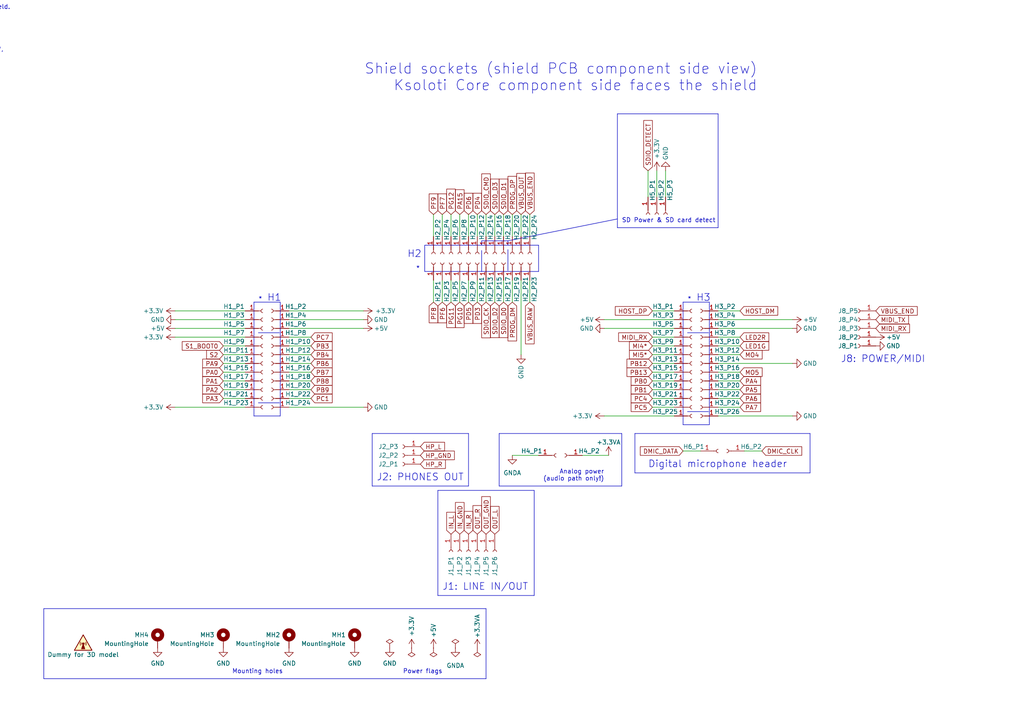
<source format=kicad_sch>
(kicad_sch (version 20230121) (generator eeschema)
  (paper "A4")
  (lib_symbols
    (symbol "Connector:Conn_01x01_Female" (pin_names (offset 1.016) hide)
      (property "Reference" "J" (at 0 2.54 0))
      (property "Value" "Conn_01x01_Female" (at 0 -2.54 0))
      (symbol "Conn_01x01_Female_1_1"
        (pin passive line (at -5.08 0 0) (length 3.81) (name "Pin_1") (number "1"))
      )
    )
    (symbol "Graphic:SYM_Radio_Waves_Small" (pin_names (offset 1.016) hide))
    (symbol "Mechanical:MountingHole_Pad" (pin_numbers hide) (pin_names (offset 1.016) hide)
      (property "Reference" "H" (at 0 6.35 0))
      (property "Value" "MountingHole_Pad" (at 0 4.445 0))
      (symbol "MountingHole_Pad_1_1"
        (pin input line (at 0 -2.54 90) (length 2.54) (name "1") (number "1"))
      )
    )
    (symbol "power:+3.3V" (power) (pin_names (offset 0))
      (property "Value" "+3.3V" (at 0 3.556 0))
      (symbol "+3.3V_1_1"
        (pin power_in line (at 0 0 90) (length 0) hide (name "+3.3V") (number "1"))
      )
    )
    (symbol "power:+3.3VA" (power) (pin_names (offset 0))
      (property "Value" "+3.3VA" (at 0 3.556 0))
      (symbol "+3.3VA_1_1"
        (pin power_in line (at 0 0 90) (length 0) hide (name "+3.3VA") (number "1"))
      )
    )
    (symbol "power:+5V" (power) (pin_names (offset 0))
      (property "Value" "+5V" (at 0 3.556 0))
      (symbol "+5V_1_1"
        (pin power_in line (at 0 0 90) (length 0) hide (name "+5V") (number "1"))
      )
    )
    (symbol "power:GND" (power) (pin_names (offset 0))
      (property "Value" "GND" (at 0 -3.81 0))
      (symbol "GND_1_1"
        (pin power_in line (at 0 0 270) (length 0) hide (name "GND") (number "1"))
      )
    )
    (symbol "power:GNDA" (power) (pin_names (offset 0))
      (property "Value" "GNDA" (at 0 -3.81 0))
      (symbol "GNDA_1_1"
        (pin power_in line (at 0 0 270) (length 0) hide (name "GNDA") (number "1"))
      )
    )
    (symbol "power:PWR_FLAG" (power) (pin_numbers hide) (pin_names (offset 0) hide)
      (property "Value" "PWR_FLAG" (at 0 3.81 0))
      (symbol "PWR_FLAG_0_0"
        (pin power_out line (at 0 0 90) (length 0) (name "pwr") (number "1"))
      )
    )
  )
  (wire (pts (xy 208.28 105.41) (xy 229.87 105.41)))
  (wire (pts (xy 90.17 110.49) (xy 83.82 110.49)))
  (wire (pts (xy 214.63 118.11) (xy 208.28 118.11)))
  (wire (pts (xy 105.41 118.11) (xy 83.82 118.11)))
  (wire (pts (xy 105.41 95.25) (xy 83.82 95.25)))
  (polyline (pts (xy 123.19 71.12) (xy 123.19 78.74)) (stroke (width 0) (type solid)))
  (polyline (pts (xy 74.93 116.84) (xy 81.026 116.84)))
  (wire (pts (xy 105.41 90.17) (xy 83.82 90.17)))
  (wire (pts (xy 189.23 97.79) (xy 195.58 97.79)))
  (wire (pts (xy 128.27 87.63) (xy 128.27 81.28)))
  (wire (pts (xy 130.81 87.63) (xy 130.81 81.28)))
  (wire (pts (xy 195.58 102.87) (xy 189.23 102.87)))
  (polyline (pts (xy 199.39 96.52) (xy 205.486 96.52)))
  (wire (pts (xy 195.58 90.17) (xy 189.23 90.17)))
  (wire (pts (xy 133.35 62.23) (xy 133.35 68.58)))
  (wire (pts (xy 214.63 110.49) (xy 208.28 110.49)))
  (wire (pts (xy 176.53 132.08) (xy 168.91 132.08)))
  (polyline (pts (xy 135.89 140.97) (xy 107.95 140.97)))
  (wire (pts (xy 189.23 115.57) (xy 195.58 115.57)))
  (polyline (pts (xy 234.95 125.73) (xy 234.95 137.16)))
  (wire (pts (xy 229.87 92.71) (xy 208.28 92.71)))
  (polyline (pts (xy 180.34 125.73) (xy 144.78 125.73)))
  (wire (pts (xy 90.17 107.95) (xy 83.82 107.95)))
  (wire (pts (xy 64.77 102.87) (xy 71.12 102.87)))
  (wire (pts (xy 175.26 92.71) (xy 195.58 92.71)))
  (polyline (pts (xy 127 142.24) (xy 154.94 142.24)))
  (wire (pts (xy 130.81 62.23) (xy 130.81 68.58)))
  (polyline (pts (xy 135.89 140.97) (xy 135.89 125.73)))
  (polyline (pts (xy 74.93 96.52) (xy 81.026 96.52)))
  (wire (pts (xy 189.23 105.41) (xy 195.58 105.41)))
  (wire (pts (xy 105.41 92.71) (xy 83.82 92.71)))
  (polyline (pts (xy 208.28 33.02) (xy 179.07 33.02)))
  (wire (pts (xy 138.43 87.63) (xy 138.43 81.28)))
  (polyline (pts (xy 73.66 87.63) (xy 81.28 87.63)) (stroke (width 0) (type solid)))
  (wire (pts (xy 151.13 81.28) (xy 151.13 102.87)))
  (wire (pts (xy 215.9 130.81) (xy 220.98 130.81)))
  (polyline (pts (xy 184.15 125.73) (xy 234.95 125.73)))
  (wire (pts (xy 135.89 62.23) (xy 135.89 68.58)))
  (wire (pts (xy 187.96 49.53) (xy 187.96 57.15)))
  (polyline (pts (xy 199.39 119.38) (xy 205.486 119.38)))
  (wire (pts (xy 189.23 118.11) (xy 195.58 118.11)))
  (wire (pts (xy 146.05 62.23) (xy 146.05 68.58)))
  (wire (pts (xy 189.23 110.49) (xy 195.58 110.49)))
  (polyline (pts (xy 12.7 196.85) (xy 12.7 176.53)))
  (wire (pts (xy 140.97 87.63) (xy 140.97 81.28)))
  (wire (pts (xy 50.8 90.17) (xy 71.12 90.17)))
  (wire (pts (xy 175.26 120.65) (xy 195.58 120.65)))
  (wire (pts (xy 125.73 87.63) (xy 125.73 81.28)))
  (polyline (pts (xy 139.7 71.12) (xy 139.7 69.85)) (stroke (width 0) (type solid)))
  (polyline (pts (xy 12.7 176.53) (xy 140.97 176.53)))
  (wire (pts (xy 143.51 62.23) (xy 143.51 68.58)))
  (polyline (pts (xy 107.95 125.73) (xy 107.95 140.97)))
  (wire (pts (xy 193.04 49.53) (xy 193.04 57.15)))
  (wire (pts (xy 90.17 100.33) (xy 83.82 100.33)))
  (wire (pts (xy 214.63 97.79) (xy 208.28 97.79)))
  (polyline (pts (xy 123.19 71.12) (xy 156.21 71.12)) (stroke (width 0) (type solid)))
  (wire (pts (xy 64.77 105.41) (xy 71.12 105.41)))
  (wire (pts (xy 90.17 97.79) (xy 83.82 97.79)))
  (wire (pts (xy 148.59 81.28) (xy 148.59 87.63)))
  (wire (pts (xy 208.28 95.25) (xy 229.87 95.25)))
  (wire (pts (xy 189.23 107.95) (xy 195.58 107.95)))
  (wire (pts (xy 175.26 95.25) (xy 195.58 95.25)))
  (wire (pts (xy 128.27 62.23) (xy 128.27 68.58)))
  (polyline (pts (xy 81.28 120.65) (xy 81.28 87.63)) (stroke (width 0) (type solid)))
  (wire (pts (xy 214.63 115.57) (xy 208.28 115.57)))
  (polyline (pts (xy 179.07 66.04) (xy 208.28 66.04)))
  (wire (pts (xy 146.05 87.63) (xy 146.05 81.28)))
  (polyline (pts (xy 147.32 72.39) (xy 147.32 78.486)))
  (wire (pts (xy 148.59 132.08) (xy 156.21 132.08)))
  (polyline (pts (xy 147.32 71.12) (xy 147.32 69.85)) (stroke (width 0) (type solid)))
  (wire (pts (xy 64.77 115.57) (xy 71.12 115.57)))
  (polyline (pts (xy 205.74 123.19) (xy 198.12 123.19)) (stroke (width 0) (type solid)))
  (wire (pts (xy 138.43 62.23) (xy 138.43 68.58)))
  (wire (pts (xy 90.17 102.87) (xy 83.82 102.87)))
  (wire (pts (xy 71.12 118.11) (xy 50.8 118.11)))
  (polyline (pts (xy 198.12 87.63) (xy 198.12 123.19)) (stroke (width 0) (type solid)))
  (polyline (pts (xy 147.32 69.85) (xy 139.7 69.85)) (stroke (width 0) (type solid)))
  (wire (pts (xy 71.12 95.25) (xy 50.8 95.25)))
  (wire (pts (xy 214.63 102.87) (xy 208.28 102.87)))
  (polyline (pts (xy 139.7 72.644) (xy 139.7 78.74)))
  (polyline (pts (xy 205.74 123.19) (xy 205.74 87.63)) (stroke (width 0) (type solid)))
  (wire (pts (xy 148.59 68.58) (xy 148.59 62.23)))
  (wire (pts (xy 208.28 107.95) (xy 214.63 107.95)))
  (wire (pts (xy 153.67 87.63) (xy 153.67 81.28)))
  (wire (pts (xy 50.8 97.79) (xy 71.12 97.79)))
  (wire (pts (xy 135.89 87.63) (xy 135.89 81.28)))
  (wire (pts (xy 90.17 115.57) (xy 83.82 115.57)))
  (wire (pts (xy 151.13 62.23) (xy 151.13 68.58)))
  (wire (pts (xy 140.97 62.23) (xy 140.97 68.58)))
  (polyline (pts (xy 140.97 196.85) (xy 12.7 196.85)))
  (polyline (pts (xy 127 172.72) (xy 127 142.24)))
  (polyline (pts (xy 184.15 125.73) (xy 184.15 137.16)))
  (polyline (pts (xy 234.95 137.16) (xy 184.15 137.16)))
  (polyline (pts (xy 208.28 66.04) (xy 208.28 33.02)))
  (wire (pts (xy 133.35 87.63) (xy 133.35 81.28)))
  (polyline (pts (xy 135.89 125.73) (xy 107.95 125.73)))
  (wire (pts (xy 90.17 105.41) (xy 83.82 105.41)))
  (wire (pts (xy 64.77 107.95) (xy 71.12 107.95)))
  (polyline (pts (xy 198.12 87.63) (xy 205.74 87.63)) (stroke (width 0) (type solid)))
  (wire (pts (xy 50.8 92.71) (xy 71.12 92.71)))
  (wire (pts (xy 125.73 62.23) (xy 125.73 68.58)))
  (wire (pts (xy 229.87 120.65) (xy 208.28 120.65)))
  (polyline (pts (xy 140.97 176.53) (xy 140.97 196.85)))
  (polyline (pts (xy 179.07 33.02) (xy 179.07 66.04)))
  (wire (pts (xy 64.77 113.03) (xy 71.12 113.03)))
  (polyline (pts (xy 73.66 87.63) (xy 73.66 120.65)) (stroke (width 0) (type solid)))
  (wire (pts (xy 143.51 87.63) (xy 143.51 81.28)))
  (wire (pts (xy 64.77 110.49) (xy 71.12 110.49)))
  (wire (pts (xy 189.23 113.03) (xy 195.58 113.03)))
  (wire (pts (xy 214.63 100.33) (xy 208.28 100.33)))
  (wire (pts (xy 208.28 90.17) (xy 214.63 90.17)))
  (polyline (pts (xy 154.94 142.24) (xy 154.94 172.72)))
  (wire (pts (xy 189.23 100.33) (xy 195.58 100.33)))
  (polyline (pts (xy 180.34 125.73) (xy 180.34 140.97)))
  (polyline (pts (xy 156.21 78.74) (xy 156.21 71.12)) (stroke (width 0) (type solid)))
  (polyline (pts (xy 73.66 120.65) (xy 81.28 120.65)) (stroke (width 0) (type solid)))
  (wire (pts (xy 190.5 49.53) (xy 190.5 57.15)))
  (polyline (pts (xy 147.32 69.85) (xy 179.07 63.5)))
  (wire (pts (xy 90.17 113.03) (xy 83.82 113.03)))
  (polyline (pts (xy 180.34 140.97) (xy 144.78 140.97)))
  (wire (pts (xy 153.67 62.23) (xy 153.67 68.58)))
  (polyline (pts (xy 123.19 78.74) (xy 156.21 78.74)) (stroke (width 0) (type solid)))
  (wire (pts (xy 64.77 100.33) (xy 71.12 100.33)))
  (wire (pts (xy 214.63 113.03) (xy 208.28 113.03)))
  (wire (pts (xy 198.12 130.81) (xy 203.2 130.81)))
  (polyline (pts (xy 154.94 172.72) (xy 127 172.72)))
  (polyline (pts (xy 144.78 140.97) (xy 144.78 125.73)))
  (image (at -43.18 124.46))
  (image (at -25.4 44.45))
  (text "J2: PHONES OUT" (at 109.22 139.7 0) (effects (font (size 2 2)) (justify left bottom)))
  (text "The schematic contains all of the relevant pins\nof the Core that you might be using on your shield.\n\nEach single pin is implemented as an\nindependent footprint.\n\nYou're probably not going to use all of the pins.\nFor example the SDIO_*, PROG_*, HOST_*, VBUS_*,\nand redundant power pins are hardly needed.\n\nAn easy way to make unused pins disappear\nfrom the footprint is the option\n\"Exclude from Board\" in the symbol properties." (at -48.26 25.4 0) (effects (font (size 1.27 1.27)) (justify left bottom)))
  (text "*" (at 74.93 87.63 0) (effects (font (size 1.27 1.27)) (justify left bottom)))
  (text "J8: POWER/MIDI" (at 243.84 105.41 0) (effects (font (size 2 2)) (justify left bottom)))
  (text "*" (at 199.39 87.63 0) (effects (font (size 1.27 1.27)) (justify left bottom)))
  (text "H3" (at 201.93 87.63 0) (effects (font (size 2 2)) (justify left bottom)))
  (text "Mounting holes" (at 67.31 195.58 0) (effects (font (size 1.27 1.27)) (justify left bottom)))
  (text "H2" (at 118.11 74.93 0) (effects (font (size 2 2)) (justify left bottom)))
  (text "Shield sockets (shield PCB component side view)\nKsoloti Core component side faces the shield" (at 219.71 26.67 0) (effects (font (size 3 3)) (justify right bottom)))
  (text "Power flags" (at 116.84 195.58 0) (effects (font (size 1.27 1.27)) (justify left bottom)))
  (text "SD Power & SD card detect" (at 180.34 64.77 0) (effects (font (size 1.27 1.27)) (justify left bottom)))
  (text "Analog power\n(audio path only!)" (at 175.26 139.7 0) (effects (font (size 1.27 1.27)) (justify right bottom)))
  (text "J1: LINE IN/OUT" (at 128.27 171.45 0) (effects (font (size 2 2)) (justify left bottom)))
  (text "H1" (at 77.47 87.63 0) (effects (font (size 2 2)) (justify left bottom)))
  (text "*" (at 120.65 78.74 0) (effects (font (size 1.27 1.27)) (justify left bottom)))
  (text "Digital microphone header" (at 187.96 135.89 0) (effects (font (size 2 2)) (justify left bottom)))
  (global_label "MI4*" (shape input) (at 189.23 100.33 180) (property "Intersheetrefs" "${INTERSHEET_REFS}" (effects hide)))
  (global_label "PC7" (shape input) (at 90.17 97.79 0) (property "Intersheetrefs" "${INTERSHEET_REFS}" (effects hide)))
  (global_label "S2" (shape input) (at 64.77 102.87 180) (property "Intersheetrefs" "${INTERSHEET_REFS}" (effects hide)))
  (global_label "PG12" (shape input) (at 130.81 62.23 90) (property "Intersheetrefs" "${INTERSHEET_REFS}" (effects hide)))
  (global_label "PB6" (shape input) (at 90.17 105.41 0) (property "Intersheetrefs" "${INTERSHEET_REFS}" (effects hide)))
  (global_label "PB7" (shape input) (at 90.17 107.95 0) (property "Intersheetrefs" "${INTERSHEET_REFS}" (effects hide)))
  (global_label "PB12" (shape input) (at 189.23 105.41 180) (property "Intersheetrefs" "${INTERSHEET_REFS}" (effects hide)))
  (global_label "PB0" (shape input) (at 189.23 110.49 180) (property "Intersheetrefs" "${INTERSHEET_REFS}" (effects hide)))
  (global_label "MI5*" (shape input) (at 189.23 102.87 180) (property "Intersheetrefs" "${INTERSHEET_REFS}" (effects hide)))
  (global_label "IN_L" (shape input) (at 130.81 154.94 90) (property "Intersheetrefs" "${INTERSHEET_REFS}" (effects hide)))
  (global_label "PD6" (shape input) (at 135.89 62.23 90) (property "Intersheetrefs" "${INTERSHEET_REFS}" (effects hide)))
  (global_label "VBUS_END" (shape input) (at 254 90.17 0) (property "Intersheetrefs" "${INTERSHEET_REFS}" (effects hide)))
  (global_label "SDIO_D2" (shape input) (at 143.51 87.63 270) (property "Intersheetrefs" "${INTERSHEET_REFS}" (effects hide)))
  (global_label "PB13" (shape input) (at 189.23 107.95 180) (property "Intersheetrefs" "${INTERSHEET_REFS}" (effects hide)))
  (global_label "MO4" (shape input) (at 214.63 102.87 0) (property "Intersheetrefs" "${INTERSHEET_REFS}" (effects hide)))
  (global_label "SDIO_D3" (shape input) (at 143.51 62.23 90) (property "Intersheetrefs" "${INTERSHEET_REFS}" (effects hide)))
  (global_label "PC1" (shape input) (at 90.17 115.57 0) (property "Intersheetrefs" "${INTERSHEET_REFS}" (effects hide)))
  (global_label "PG11" (shape input) (at 130.81 87.63 270) (property "Intersheetrefs" "${INTERSHEET_REFS}" (effects hide)))
  (global_label "PROG_DM" (shape input) (at 148.59 87.63 270) (property "Intersheetrefs" "${INTERSHEET_REFS}" (effects hide)))
  (global_label "LED2R" (shape input) (at 214.63 97.79 0) (property "Intersheetrefs" "${INTERSHEET_REFS}" (effects hide)))
  (global_label "HOST_DP" (shape input) (at 189.23 90.17 180) (property "Intersheetrefs" "${INTERSHEET_REFS}" (effects hide)))
  (global_label "PA2" (shape input) (at 64.77 113.03 180) (property "Intersheetrefs" "${INTERSHEET_REFS}" (effects hide)))
  (global_label "PA15" (shape input) (at 133.35 62.23 90) (property "Intersheetrefs" "${INTERSHEET_REFS}" (effects hide)))
  (global_label "SDIO_CK" (shape input) (at 140.97 87.63 270) (property "Intersheetrefs" "${INTERSHEET_REFS}" (effects hide)))
  (global_label "PF8" (shape input) (at 125.73 87.63 270) (property "Intersheetrefs" "${INTERSHEET_REFS}" (effects hide)))
  (global_label "PROG_DP" (shape input) (at 148.59 62.23 90) (property "Intersheetrefs" "${INTERSHEET_REFS}" (effects hide)))
  (global_label "PD5" (shape input) (at 135.89 87.63 270) (property "Intersheetrefs" "${INTERSHEET_REFS}" (effects hide)))
  (global_label "PF6" (shape input) (at 128.27 87.63 270) (property "Intersheetrefs" "${INTERSHEET_REFS}" (effects hide)))
  (global_label "PG10" (shape input) (at 133.35 87.63 270) (property "Intersheetrefs" "${INTERSHEET_REFS}" (effects hide)))
  (global_label "PC4" (shape input) (at 189.23 115.57 180) (property "Intersheetrefs" "${INTERSHEET_REFS}" (effects hide)))
  (global_label "PA7" (shape input) (at 214.63 118.11 0) (property "Intersheetrefs" "${INTERSHEET_REFS}" (effects hide)))
  (global_label "SDIO_D0" (shape input) (at 146.05 87.63 270) (property "Intersheetrefs" "${INTERSHEET_REFS}" (effects hide)))
  (global_label "MO5" (shape input) (at 214.63 107.95 0) (property "Intersheetrefs" "${INTERSHEET_REFS}" (effects hide)))
  (global_label "PA3" (shape input) (at 64.77 115.57 180) (property "Intersheetrefs" "${INTERSHEET_REFS}" (effects hide)))
  (global_label "MIDI_TX" (shape input) (at 254 92.71 0) (property "Intersheetrefs" "${INTERSHEET_REFS}" (effects hide)))
  (global_label "HP_R" (shape input) (at 121.92 134.62 0) (property "Intersheetrefs" "${INTERSHEET_REFS}" (effects hide)))
  (global_label "PC5" (shape input) (at 189.23 118.11 180) (property "Intersheetrefs" "${INTERSHEET_REFS}" (effects hide)))
  (global_label "HOST_DM" (shape input) (at 214.63 90.17 0) (property "Intersheetrefs" "${INTERSHEET_REFS}" (effects hide)))
  (global_label "PD3" (shape input) (at 138.43 87.63 270) (property "Intersheetrefs" "${INTERSHEET_REFS}" (effects hide)))
  (global_label "PB8" (shape input) (at 90.17 110.49 0) (property "Intersheetrefs" "${INTERSHEET_REFS}" (effects hide)))
  (global_label "SDIO_DETECT" (shape input) (at 187.96 49.53 90) (property "Intersheetrefs" "${INTERSHEET_REFS}" (effects hide)))
  (global_label "VBUS_OUT" (shape input) (at 151.13 62.23 90) (property "Intersheetrefs" "${INTERSHEET_REFS}" (effects hide)))
  (global_label "SDIO_D1" (shape input) (at 146.05 62.23 90) (property "Intersheetrefs" "${INTERSHEET_REFS}" (effects hide)))
  (global_label "DMIC_DATA" (shape input) (at 198.12 130.81 180) (property "Intersheetrefs" "${INTERSHEET_REFS}" (effects hide)))
  (global_label "DMIC_CLK" (shape input) (at 220.98 130.81 0) (property "Intersheetrefs" "${INTERSHEET_REFS}" (effects hide)))
  (global_label "PB4" (shape input) (at 90.17 102.87 0) (property "Intersheetrefs" "${INTERSHEET_REFS}" (effects hide)))
  (global_label "PF7" (shape input) (at 128.27 62.23 90) (property "Intersheetrefs" "${INTERSHEET_REFS}" (effects hide)))
  (global_label "HP_GND" (shape input) (at 121.92 132.08 0) (property "Intersheetrefs" "${INTERSHEET_REFS}" (effects hide)))
  (global_label "PA5" (shape input) (at 214.63 113.03 0) (property "Intersheetrefs" "${INTERSHEET_REFS}" (effects hide)))
  (global_label "PA0" (shape input) (at 64.77 107.95 180) (property "Intersheetrefs" "${INTERSHEET_REFS}" (effects hide)))
  (global_label "PA9" (shape input) (at 64.77 105.41 180) (property "Intersheetrefs" "${INTERSHEET_REFS}" (effects hide)))
  (global_label "VBUS_END" (shape input) (at 153.67 62.23 90) (property "Intersheetrefs" "${INTERSHEET_REFS}" (effects hide)))
  (global_label "SDIO_CMD" (shape input) (at 140.97 62.23 90) (property "Intersheetrefs" "${INTERSHEET_REFS}" (effects hide)))
  (global_label "PD4" (shape input) (at 138.43 62.23 90) (property "Intersheetrefs" "${INTERSHEET_REFS}" (effects hide)))
  (global_label "PA1" (shape input) (at 64.77 110.49 180) (property "Intersheetrefs" "${INTERSHEET_REFS}" (effects hide)))
  (global_label "MIDI_RX" (shape input) (at 189.23 97.79 180) (property "Intersheetrefs" "${INTERSHEET_REFS}" (effects hide)))
  (global_label "OUT_GND" (shape input) (at 140.97 154.94 90) (property "Intersheetrefs" "${INTERSHEET_REFS}" (effects hide)))
  (global_label "PA4" (shape input) (at 214.63 110.49 0) (property "Intersheetrefs" "${INTERSHEET_REFS}" (effects hide)))
  (global_label "HP_L" (shape input) (at 121.92 129.54 0) (property "Intersheetrefs" "${INTERSHEET_REFS}" (effects hide)))
  (global_label "PF9" (shape input) (at 125.73 62.23 90) (property "Intersheetrefs" "${INTERSHEET_REFS}" (effects hide)))
  (global_label "LED1G" (shape input) (at 214.63 100.33 0) (property "Intersheetrefs" "${INTERSHEET_REFS}" (effects hide)))
  (global_label "IN_GND" (shape input) (at 133.35 154.94 90) (property "Intersheetrefs" "${INTERSHEET_REFS}" (effects hide)))
  (global_label "PB3" (shape input) (at 90.17 100.33 0) (property "Intersheetrefs" "${INTERSHEET_REFS}" (effects hide)))
  (global_label "PA6" (shape input) (at 214.63 115.57 0) (property "Intersheetrefs" "${INTERSHEET_REFS}" (effects hide)))
  (global_label "S1_BOOT0" (shape input) (at 64.77 100.33 180) (property "Intersheetrefs" "${INTERSHEET_REFS}" (effects hide)))
  (global_label "PB1" (shape input) (at 189.23 113.03 180) (property "Intersheetrefs" "${INTERSHEET_REFS}" (effects hide)))
  (global_label "IN_R" (shape input) (at 135.89 154.94 90) (property "Intersheetrefs" "${INTERSHEET_REFS}" (effects hide)))
  (global_label "MIDI_RX" (shape input) (at 254 95.25 0) (property "Intersheetrefs" "${INTERSHEET_REFS}" (effects hide)))
  (global_label "PB9" (shape input) (at 90.17 113.03 0) (property "Intersheetrefs" "${INTERSHEET_REFS}" (effects hide)))
  (global_label "OUT_R" (shape input) (at 138.43 154.94 90) (property "Intersheetrefs" "${INTERSHEET_REFS}" (effects hide)))
  (global_label "OUT_L" (shape input) (at 143.51 154.94 90) (property "Intersheetrefs" "${INTERSHEET_REFS}" (effects hide)))
  (global_label "VBUS_RAW" (shape input) (at 153.67 87.63 270) (property "Intersheetrefs" "${INTERSHEET_REFS}" (effects hide)))
  (symbol (lib_id "power:+3.3V") (at 119.38 187.96 0) (mirror y) (unit 1)
    (property "Reference" "#PWR025" (effects hide))
    (property "Value" "+3.3V" (at 119.38 181.61 90))
  )
  (symbol (lib_id "Connector:Conn_01x01_Female") (at 130.81 73.66 270) (unit 1)
    (property "Reference" "H2_P6" (at 132.08 63.5 0) (effects (justify left)))
    (property "Value" "PG12" (effects hide))
    (property "Footprint" "ksoloti_shield_footprints:PinSocket_1x01_P2.54mm_Vertical_smcrt_round" (effects hide))
  )
  (symbol (lib_id "Connector:Conn_01x01_Female") (at 76.2 102.87 0) (unit 1)
    (property "Reference" "H1_P11" (at 64.77 101.6 0) (effects (justify left)))
    (property "Value" "S2" (effects hide))
    (property "Footprint" "ksoloti_shield_footprints:PinSocket_1x01_P2.54mm_Vertical_smcrt_round" (effects hide))
  )
  (symbol (lib_id "Connector:Conn_01x01_Female") (at 135.89 76.2 90) (unit 1)
    (property "Reference" "H2_P9" (at 137.16 87.63 0) (effects (justify left)))
    (property "Value" "PD5" (effects hide))
    (property "Footprint" "ksoloti_shield_footprints:PinSocket_1x01_P2.54mm_Vertical_smcrt_round" (effects hide))
  )
  (symbol (lib_id "power:PWR_FLAG") (at 138.43 187.96 180) (unit 1)
    (property "Reference" "#FLG05" (effects hide))
    (property "Value" "PWR_FLAG" (effects hide))
  )
  (symbol (lib_id "Connector:Conn_01x01_Female") (at 133.35 76.2 90) (unit 1)
    (property "Reference" "H2_P7" (at 134.62 87.63 0) (effects (justify left)))
    (property "Value" "PG10" (effects hide))
    (property "Footprint" "ksoloti_shield_footprints:PinSocket_1x01_P2.54mm_Vertical_smcrt_round" (effects hide))
  )
  (symbol (lib_id "Connector:Conn_01x01_Female") (at 76.2 92.71 0) (unit 1)
    (property "Reference" "H1_P3" (at 64.77 91.44 0) (effects (justify left)))
    (property "Value" "GND" (effects hide))
    (property "Footprint" "ksoloti_shield_footprints:PinSocket_1x01_P2.54mm_Vertical_smcrt_round" (effects hide))
  )
  (symbol (lib_id "Connector:Conn_01x01_Female") (at 116.84 132.08 0) (mirror y) (unit 1)
    (property "Reference" "J2_P2" (at 115.57 132.08 0) (effects (justify left)))
    (property "Value" "HP_GND" (effects hide))
    (property "Footprint" "ksoloti_shield_footprints:PinSocket_1x01_P2.54mm_Vertical_smcrt_round" (effects hide))
  )
  (symbol (lib_id "power:GND") (at 229.87 95.25 90) (mirror x) (unit 1)
    (property "Reference" "#PWR012" (effects hide))
    (property "Value" "GND" (at 234.95 95.25 90))
  )
  (symbol (lib_id "Connector:Conn_01x01_Female") (at 200.66 105.41 0) (unit 1)
    (property "Reference" "H3_P13" (at 189.23 104.14 0) (effects (justify left)))
    (property "Value" "PB12" (effects hide))
    (property "Footprint" "ksoloti_shield_footprints:PinSocket_1x01_P2.54mm_Vertical_smcrt_round" (effects hide))
  )
  (symbol (lib_id "power:GND") (at 229.87 105.41 90) (unit 1)
    (property "Reference" "#PWR015" (effects hide))
    (property "Value" "GND" (at 234.95 105.41 90))
  )
  (symbol (lib_id "Connector:Conn_01x01_Female") (at 193.04 62.23 270) (unit 1)
    (property "Reference" "H5_P3" (at 194.31 52.07 0) (effects (justify left)))
    (property "Value" "GND" (effects hide))
    (property "Footprint" "ksoloti_shield_footprints:PinSocket_1x01_P2.54mm_Vertical_smcrt_round" (effects hide))
  )
  (symbol (lib_id "Connector:Conn_01x01_Female") (at 200.66 118.11 0) (unit 1)
    (property "Reference" "H3_P23" (at 189.23 116.84 0) (effects (justify left)))
    (property "Value" "PC5" (effects hide))
    (property "Footprint" "ksoloti_shield_footprints:PinSocket_1x01_P2.54mm_Vertical_smcrt_round" (effects hide))
  )
  (symbol (lib_id "Connector:Conn_01x01_Female") (at 148.59 73.66 270) (unit 1)
    (property "Reference" "H2_P20" (at 149.86 62.23 0) (effects (justify left)))
    (property "Value" "PROG_DP" (effects hide))
    (property "Footprint" "ksoloti_shield_footprints:PinSocket_1x01_P2.54mm_Vertical_smcrt_round" (effects hide))
  )
  (symbol (lib_id "Connector:Conn_01x01_Female") (at 203.2 110.49 0) (mirror y) (unit 1)
    (property "Reference" "H3_P18" (at 214.63 109.22 0) (effects (justify left)))
    (property "Value" "PA4" (effects hide))
    (property "Footprint" "ksoloti_shield_footprints:PinSocket_1x01_P2.54mm_Vertical_smcrt_round" (effects hide))
  )
  (symbol (lib_id "Connector:Conn_01x01_Female") (at 78.74 115.57 0) (mirror y) (unit 1)
    (property "Reference" "H1_P22" (at 90.17 114.3 0) (effects (justify left)))
    (property "Value" "PC1" (effects hide))
    (property "Footprint" "ksoloti_shield_footprints:PinSocket_1x01_P2.54mm_Vertical_smcrt_round" (effects hide))
  )
  (symbol (lib_id "Connector:Conn_01x01_Female") (at 140.97 76.2 90) (unit 1)
    (property "Reference" "H2_P13" (at 142.24 87.63 0) (effects (justify left)))
    (property "Value" "SDIO_CK" (effects hide))
    (property "Footprint" "ksoloti_shield_footprints:PinSocket_1x01_P2.54mm_Vertical_smcrt_round" (effects hide))
  )
  (symbol (lib_id "Connector:Conn_01x01_Female") (at 125.73 76.2 90) (unit 1)
    (property "Reference" "H2_P1" (at 127 87.63 0) (effects (justify left)))
    (property "Value" "PF8" (effects hide))
    (property "Footprint" "ksoloti_shield_footprints:PinSocket_1x01_P2.54mm_Vertical_smcrt_sqr" (effects hide))
  )
  (symbol (lib_id "power:+3.3V") (at 50.8 97.79 90) (mirror x) (unit 1)
    (property "Reference" "#PWR013" (effects hide))
    (property "Value" "+3.3V" (at 44.45 97.79 90))
  )
  (symbol (lib_id "Connector:Conn_01x01_Female") (at 78.74 102.87 0) (mirror y) (unit 1)
    (property "Reference" "H1_P12" (at 90.17 101.6 0) (effects (justify left)))
    (property "Value" "PB4" (effects hide))
    (property "Footprint" "ksoloti_shield_footprints:PinSocket_1x01_P2.54mm_Vertical_smcrt_round" (effects hide))
  )
  (symbol (lib_id "Connector:Conn_01x01_Female") (at 200.66 97.79 0) (unit 1)
    (property "Reference" "H3_P7" (at 189.23 96.52 0) (effects (justify left)))
    (property "Value" "MIDI_RX" (effects hide))
    (property "Footprint" "ksoloti_shield_footprints:PinSocket_1x01_P2.54mm_Vertical_smcrt_round" (effects hide))
  )
  (symbol (lib_id "Connector:Conn_01x01_Female") (at 151.13 73.66 270) (unit 1)
    (property "Reference" "H2_P22" (at 152.4 62.23 0) (effects (justify left)))
    (property "Value" "VBUS_OUT" (effects hide))
    (property "Footprint" "ksoloti_shield_footprints:PinSocket_1x01_P2.54mm_Vertical_smcrt_round" (effects hide))
  )
  (symbol (lib_id "Connector:Conn_01x01_Female") (at 143.51 160.02 270) (unit 1)
    (property "Reference" "J1_P6" (at 143.51 161.29 0) (effects (justify left)))
    (property "Value" "OUT_L" (effects hide))
    (property "Footprint" "ksoloti_shield_footprints:PinSocket_1x01_P2.54mm_Vertical_smcrt_round" (effects hide))
  )
  (symbol (lib_id "power:+3.3VA") (at 138.43 187.96 0) (unit 1)
    (property "Reference" "#PWR030" (effects hide))
    (property "Value" "+3.3VA" (at 138.43 181.61 90))
  )
  (symbol (lib_id "power:+5V") (at 175.26 92.71 90) (unit 1)
    (property "Reference" "#PWR07" (effects hide))
    (property "Value" "+5V" (at 170.18 92.71 90))
  )
  (symbol (lib_id "power:GND") (at 105.41 118.11 90) (mirror x) (unit 1)
    (property "Reference" "#PWR017" (effects hide))
    (property "Value" "GND" (at 110.49 118.11 90))
  )
  (symbol (lib_id "power:GND") (at 151.13 102.87 0) (unit 1)
    (property "Reference" "#PWR014" (effects hide))
    (property "Value" "GND" (at 151.13 107.95 90))
  )
  (symbol (lib_id "Connector:Conn_01x01_Female") (at 203.2 115.57 0) (mirror y) (unit 1)
    (property "Reference" "H3_P22" (at 214.63 114.3 0) (effects (justify left)))
    (property "Value" "PA6" (effects hide))
    (property "Footprint" "ksoloti_shield_footprints:PinSocket_1x01_P2.54mm_Vertical_smcrt_round" (effects hide))
  )
  (symbol (lib_id "Connector:Conn_01x01_Female") (at 76.2 95.25 0) (unit 1)
    (property "Reference" "H1_P5" (at 64.77 93.98 0) (effects (justify left)))
    (property "Value" "+5V" (effects hide))
    (property "Footprint" "ksoloti_shield_footprints:PinSocket_1x01_P2.54mm_Vertical_smcrt_round" (effects hide))
  )
  (symbol (lib_id "power:GND") (at 229.87 120.65 90) (unit 1)
    (property "Reference" "#PWR019" (effects hide))
    (property "Value" "GND" (at 234.95 120.65 90))
  )
  (symbol (lib_id "Connector:Conn_01x01_Female") (at 135.89 73.66 270) (unit 1)
    (property "Reference" "H2_P10" (at 137.16 62.23 0) (effects (justify left)))
    (property "Value" "PD6" (effects hide))
    (property "Footprint" "ksoloti_shield_footprints:PinSocket_1x01_P2.54mm_Vertical_smcrt_round" (effects hide))
  )
  (symbol (lib_id "Connector:Conn_01x01_Female") (at 203.2 118.11 0) (mirror y) (unit 1)
    (property "Reference" "H3_P24" (at 214.63 116.84 0) (effects (justify left)))
    (property "Value" "PA7" (effects hide))
    (property "Footprint" "ksoloti_shield_footprints:PinSocket_1x01_P2.54mm_Vertical_smcrt_round" (effects hide))
  )
  (symbol (lib_id "Connector:Conn_01x01_Female") (at 78.74 110.49 0) (mirror y) (unit 1)
    (property "Reference" "H1_P18" (at 90.17 109.22 0) (effects (justify left)))
    (property "Value" "PB8" (effects hide))
    (property "Footprint" "ksoloti_shield_footprints:PinSocket_1x01_P2.54mm_Vertical_smcrt_round" (effects hide))
  )
  (symbol (lib_id "Connector:Conn_01x01_Female") (at 78.74 92.71 0) (mirror y) (unit 1)
    (property "Reference" "H1_P4" (at 88.9 91.44 0) (effects (justify left)))
    (property "Value" "GND" (effects hide))
    (property "Footprint" "ksoloti_shield_footprints:PinSocket_1x01_P2.54mm_Vertical_smcrt_round" (effects hide))
  )
  (symbol (lib_id "power:GND") (at 45.72 187.96 0) (mirror y) (unit 1)
    (property "Reference" "#PWR023" (effects hide))
    (property "Value" "GND" (at 45.72 192.4034 0))
  )
  (symbol (lib_id "Connector:Conn_01x01_Female") (at 200.66 95.25 0) (unit 1)
    (property "Reference" "H3_P5" (at 189.23 93.98 0) (effects (justify left)))
    (property "Value" "GND" (effects hide))
    (property "Footprint" "ksoloti_shield_footprints:PinSocket_1x01_P2.54mm_Vertical_smcrt_round" (effects hide))
  )
  (symbol (lib_id "Connector:Conn_01x01_Female") (at 148.59 76.2 90) (unit 1)
    (property "Reference" "H2_P19" (at 149.86 87.63 0) (effects (justify left)))
    (property "Value" "PROG_DM" (effects hide))
    (property "Footprint" "ksoloti_shield_footprints:PinSocket_1x01_P2.54mm_Vertical_smcrt_round" (effects hide))
  )
  (symbol (lib_id "Connector:Conn_01x01_Female") (at 248.92 100.33 180) (unit 1)
    (property "Reference" "J8_P1" (at 248.92 100.33 0) (effects (justify left)))
    (property "Value" "GND" (effects hide))
    (property "Footprint" "ksoloti_shield_footprints:PinSocket_1x01_P2.54mm_Vertical_smcrt_sqr" (effects hide))
  )
  (symbol (lib_id "Connector:Conn_01x01_Female") (at 143.51 76.2 90) (unit 1)
    (property "Reference" "H2_P15" (at 144.78 87.63 0) (effects (justify left)))
    (property "Value" "SDIO_D2" (effects hide))
    (property "Footprint" "ksoloti_shield_footprints:PinSocket_1x01_P2.54mm_Vertical_smcrt_round" (effects hide))
  )
  (symbol (lib_id "power:GNDA") (at 132.08 187.96 0) (unit 1)
    (property "Reference" "#PWR029" (effects hide))
    (property "Value" "GNDA" (at 132.08 193.04 0))
  )
  (symbol (lib_id "Connector:Conn_01x01_Female") (at 203.2 113.03 0) (mirror y) (unit 1)
    (property "Reference" "H3_P20" (at 214.63 111.76 0) (effects (justify left)))
    (property "Value" "PA5" (effects hide))
    (property "Footprint" "ksoloti_shield_footprints:PinSocket_1x01_P2.54mm_Vertical_smcrt_round" (effects hide))
  )
  (symbol (lib_id "Connector:Conn_01x01_Female") (at 78.74 105.41 0) (mirror y) (unit 1)
    (property "Reference" "H1_P14" (at 90.17 104.14 0) (effects (justify left)))
    (property "Value" "PB6" (effects hide))
    (property "Footprint" "ksoloti_shield_footprints:PinSocket_1x01_P2.54mm_Vertical_smcrt_round" (effects hide))
  )
  (symbol (lib_id "Mechanical:MountingHole_Pad") (at 102.87 185.42 0) (mirror y) (unit 1)
    (property "Reference" "MH1" (at 100.33 184.1499 0) (effects (justify left)))
    (property "Value" "MountingHole" (at 100.33 186.6899 0) (effects (justify left)))
    (property "Footprint" "ksoloti_shield_footprints:MountingHole_3.2mm_M3_Pad_Via_tight" (effects hide))
  )
  (symbol (lib_id "Connector:Conn_01x01_Female") (at 200.66 113.03 0) (unit 1)
    (property "Reference" "H3_P19" (at 189.23 111.76 0) (effects (justify left)))
    (property "Value" "PB1" (effects hide))
    (property "Footprint" "ksoloti_shield_footprints:PinSocket_1x01_P2.54mm_Vertical_smcrt_round" (effects hide))
  )
  (symbol (lib_id "Connector:Conn_01x01_Female") (at 76.2 107.95 0) (unit 1)
    (property "Reference" "H1_P15" (at 64.77 106.68 0) (effects (justify left)))
    (property "Value" "PA0" (effects hide))
    (property "Footprint" "ksoloti_shield_footprints:PinSocket_1x01_P2.54mm_Vertical_smcrt_round" (effects hide))
  )
  (symbol (lib_id "Connector:Conn_01x01_Female") (at 78.74 113.03 0) (mirror y) (unit 1)
    (property "Reference" "H1_P20" (at 90.17 111.76 0) (effects (justify left)))
    (property "Value" "PB9" (effects hide))
    (property "Footprint" "ksoloti_shield_footprints:PinSocket_1x01_P2.54mm_Vertical_smcrt_round" (effects hide))
  )
  (symbol (lib_id "power:+3.3V") (at 50.8 90.17 90) (unit 1)
    (property "Reference" "#PWR03" (effects hide))
    (property "Value" "+3.3V" (at 44.45 90.17 90))
  )
  (symbol (lib_id "Connector:Conn_01x01_Female") (at 200.66 100.33 0) (unit 1)
    (property "Reference" "H3_P9" (at 189.23 99.06 0) (effects (justify left)))
    (property "Value" "MI4" (effects hide))
    (property "Footprint" "ksoloti_shield_footprints:PinSocket_1x01_P2.54mm_Vertical_smcrt_round" (effects hide))
  )
  (symbol (lib_id "Connector:Conn_01x01_Female") (at 248.92 97.79 0) (mirror y) (unit 1)
    (property "Reference" "J8_P2" (at 248.92 97.79 0) (effects (justify left)))
    (property "Value" "+5V" (effects hide))
    (property "Footprint" "ksoloti_shield_footprints:PinSocket_1x01_P2.54mm_Vertical_smcrt_round" (effects hide))
  )
  (symbol (lib_id "power:+3.3V") (at 50.8 118.11 90) (mirror x) (unit 1)
    (property "Reference" "#PWR016" (effects hide))
    (property "Value" "+3.3V" (at 44.45 118.11 90))
  )
  (symbol (lib_id "Connector:Conn_01x01_Female") (at 116.84 129.54 0) (mirror y) (unit 1)
    (property "Reference" "J2_P3" (at 115.57 129.54 0) (effects (justify left)))
    (property "Value" "HP_L" (effects hide))
    (property "Footprint" "ksoloti_shield_footprints:PinSocket_1x01_P2.54mm_Vertical_smcrt_round" (effects hide))
  )
  (symbol (lib_id "power:+5V") (at 50.8 95.25 90) (unit 1)
    (property "Reference" "#PWR09" (effects hide))
    (property "Value" "+5V" (at 45.72 95.25 90))
  )
  (symbol (lib_id "Connector:Conn_01x01_Female") (at 163.83 132.08 0) (mirror y) (unit 1)
    (property "Reference" "H4_P2" (at 173.99 130.81 0) (effects (justify left)))
    (property "Value" "+3.3VA" (effects hide))
    (property "Footprint" "ksoloti_shield_footprints:PinSocket_1x01_P2.54mm_Vertical_smcrt_round" (effects hide))
  )
  (symbol (lib_id "Connector:Conn_01x01_Female") (at 203.2 95.25 0) (mirror y) (unit 1)
    (property "Reference" "H3_P6" (at 213.36 93.98 0) (effects (justify left)))
    (property "Value" "GND" (effects hide))
    (property "Footprint" "ksoloti_shield_footprints:PinSocket_1x01_P2.54mm_Vertical_smcrt_round" (effects hide))
  )
  (symbol (lib_id "Connector:Conn_01x01_Female") (at 208.28 130.81 0) (unit 1)
    (property "Reference" "H6_P1" (at 198.12 129.54 0) (effects (justify left)))
    (property "Value" "DMIC_DATA" (effects hide))
    (property "Footprint" "ksoloti_shield_footprints:PinSocket_1x01_P2.54mm_Vertical_smcrt_round" (effects hide))
  )
  (symbol (lib_id "Connector:Conn_01x01_Female") (at 200.66 120.65 0) (unit 1)
    (property "Reference" "H3_P25" (at 189.23 119.38 0) (effects (justify left)))
    (property "Value" "+3.3V" (effects hide))
    (property "Footprint" "ksoloti_shield_footprints:PinSocket_1x01_P2.54mm_Vertical_smcrt_round" (effects hide))
  )
  (symbol (lib_id "power:GND") (at 193.04 49.53 180) (unit 1)
    (property "Reference" "#PWR02" (effects hide))
    (property "Value" "GND" (at 193.04 44.45 90))
  )
  (symbol (lib_id "Connector:Conn_01x01_Female") (at 138.43 160.02 270) (unit 1)
    (property "Reference" "J1_P4" (at 138.43 161.29 0) (effects (justify left)))
    (property "Value" "OUT_R" (effects hide))
    (property "Footprint" "ksoloti_shield_footprints:PinSocket_1x01_P2.54mm_Vertical_smcrt_round" (effects hide))
  )
  (symbol (lib_id "Connector:Conn_01x01_Female") (at 116.84 134.62 180) (unit 1)
    (property "Reference" "J2_P1" (at 115.57 134.62 0) (effects (justify left)))
    (property "Value" "HP_R" (effects hide))
    (property "Footprint" "ksoloti_shield_footprints:PinSocket_1x01_P2.54mm_Vertical_smcrt_sqr" (effects hide))
  )
  (symbol (lib_id "power:PWR_FLAG") (at 113.03 187.96 0) (unit 1)
    (property "Reference" "#FLG01" (effects hide))
    (property "Value" "PWR_FLAG" (effects hide))
  )
  (symbol (lib_id "Connector:Conn_01x01_Female") (at 76.2 118.11 0) (unit 1)
    (property "Reference" "H1_P23" (at 64.77 116.84 0) (effects (justify left)))
    (property "Value" "+3.3V" (effects hide))
    (property "Footprint" "ksoloti_shield_footprints:PinSocket_1x01_P2.54mm_Vertical_smcrt_round" (effects hide))
  )
  (symbol (lib_id "power:GND") (at 254 100.33 90) (unit 1)
    (property "Reference" "#PWR0102" (effects hide))
    (property "Value" "GND" (at 259.08 100.33 90))
  )
  (symbol (lib_id "Connector:Conn_01x01_Female") (at 78.74 90.17 0) (mirror y) (unit 1)
    (property "Reference" "H1_P2" (at 88.9 88.9 0) (effects (justify left)))
    (property "Value" "+3.3V" (effects hide))
    (property "Footprint" "ksoloti_shield_footprints:PinSocket_1x01_P2.54mm_Vertical_smcrt_round" (effects hide))
  )
  (symbol (lib_id "Connector:Conn_01x01_Female") (at 133.35 73.66 270) (unit 1)
    (property "Reference" "H2_P8" (at 134.62 63.5 0) (effects (justify left)))
    (property "Value" "PA15" (effects hide))
    (property "Footprint" "ksoloti_shield_footprints:PinSocket_1x01_P2.54mm_Vertical_smcrt_round" (effects hide))
  )
  (symbol (lib_id "power:GND") (at 50.8 92.71 270) (unit 1)
    (property "Reference" "#PWR05" (effects hide))
    (property "Value" "GND" (at 45.72 92.71 90))
  )
  (symbol (lib_id "power:GND") (at 113.03 187.96 0) (unit 1)
    (property "Reference" "#PWR024" (effects hide))
    (property "Value" "GND" (at 113.03 192.4034 0))
  )
  (symbol (lib_id "Connector:Conn_01x01_Female") (at 203.2 92.71 0) (mirror y) (unit 1)
    (property "Reference" "H3_P4" (at 213.36 91.44 0) (effects (justify left)))
    (property "Value" "+5V" (effects hide))
    (property "Footprint" "ksoloti_shield_footprints:PinSocket_1x01_P2.54mm_Vertical_smcrt_round" (effects hide))
  )
  (symbol (lib_id "power:PWR_FLAG") (at 125.73 187.96 180) (unit 1)
    (property "Reference" "#FLG03" (effects hide))
    (property "Value" "PWR_FLAG" (effects hide))
  )
  (symbol (lib_id "Connector:Conn_01x01_Female") (at 203.2 102.87 0) (mirror y) (unit 1)
    (property "Reference" "H3_P12" (at 214.63 101.6 0) (effects (justify left)))
    (property "Value" "MO4" (effects hide))
    (property "Footprint" "ksoloti_shield_footprints:PinSocket_1x01_P2.54mm_Vertical_smcrt_round" (effects hide))
  )
  (symbol (lib_id "power:+3.3V") (at 105.41 90.17 270) (unit 1)
    (property "Reference" "#PWR04" (effects hide))
    (property "Value" "+3.3V" (at 111.76 90.17 90))
  )
  (symbol (lib_id "Connector:Conn_01x01_Female") (at 153.67 73.66 270) (unit 1)
    (property "Reference" "H2_P24" (at 154.94 62.23 0) (effects (justify left)))
    (property "Value" "VBUS_END" (effects hide))
    (property "Footprint" "ksoloti_shield_footprints:PinSocket_1x01_P2.54mm_Vertical_smcrt_round" (effects hide))
  )
  (symbol (lib_id "Connector:Conn_01x01_Female") (at 203.2 120.65 0) (mirror y) (unit 1)
    (property "Reference" "H3_P26" (at 214.63 119.38 0) (effects (justify left)))
    (property "Value" "GND" (effects hide))
    (property "Footprint" "ksoloti_shield_footprints:PinSocket_1x01_P2.54mm_Vertical_smcrt_round" (effects hide))
  )
  (symbol (lib_id "Connector:Conn_01x01_Female") (at 130.81 76.2 90) (unit 1)
    (property "Reference" "H2_P5" (at 132.08 87.63 0) (effects (justify left)))
    (property "Value" "PG11" (effects hide))
    (property "Footprint" "ksoloti_shield_footprints:PinSocket_1x01_P2.54mm_Vertical_smcrt_round" (effects hide))
  )
  (symbol (lib_id "power:+5V") (at 105.41 95.25 270) (unit 1)
    (property "Reference" "#PWR010" (effects hide))
    (property "Value" "+5V" (at 110.49 95.25 90))
  )
  (symbol (lib_id "Connector:Conn_01x01_Female") (at 200.66 110.49 0) (unit 1)
    (property "Reference" "H3_P17" (at 189.23 109.22 0) (effects (justify left)))
    (property "Value" "PB0" (effects hide))
    (property "Footprint" "ksoloti_shield_footprints:PinSocket_1x01_P2.54mm_Vertical_smcrt_round" (effects hide))
  )
  (symbol (lib_id "Connector:Conn_01x01_Female") (at 78.74 97.79 0) (mirror y) (unit 1)
    (property "Reference" "H1_P8" (at 88.9 96.52 0) (effects (justify left)))
    (property "Value" "PC7" (effects hide))
    (property "Footprint" "ksoloti_shield_footprints:PinSocket_1x01_P2.54mm_Vertical_smcrt_round" (effects hide))
  )
  (symbol (lib_id "Connector:Conn_01x01_Female") (at 140.97 73.66 270) (unit 1)
    (property "Reference" "H2_P14" (at 142.24 62.23 0) (effects (justify left)))
    (property "Value" "SDIO_CMD" (effects hide))
    (property "Footprint" "ksoloti_shield_footprints:PinSocket_1x01_P2.54mm_Vertical_smcrt_round" (effects hide))
  )
  (symbol (lib_id "Connector:Conn_01x01_Female") (at 210.82 130.81 0) (mirror y) (unit 1)
    (property "Reference" "H6_P2" (at 220.98 129.54 0) (effects (justify left)))
    (property "Value" "DMIC_CLK" (effects hide))
    (property "Footprint" "ksoloti_shield_footprints:PinSocket_1x01_P2.54mm_Vertical_smcrt_round" (effects hide))
  )
  (symbol (lib_id "Connector:Conn_01x01_Female") (at 161.29 132.08 0) (mirror x) (unit 1)
    (property "Reference" "H4_P1" (at 151.13 130.81 0) (effects (justify left)))
    (property "Value" "GNDA" (effects hide))
    (property "Footprint" "ksoloti_shield_footprints:PinSocket_1x01_P2.54mm_Vertical_smcrt_sqr" (effects hide))
  )
  (symbol (lib_id "Connector:Conn_01x01_Female") (at 138.43 73.66 270) (unit 1)
    (property "Reference" "H2_P12" (at 139.7 62.23 0) (effects (justify left)))
    (property "Value" "PD4" (effects hide))
    (property "Footprint" "ksoloti_shield_footprints:PinSocket_1x01_P2.54mm_Vertical_smcrt_round" (effects hide))
  )
  (symbol (lib_id "Connector:Conn_01x01_Female") (at 76.2 113.03 0) (unit 1)
    (property "Reference" "H1_P19" (at 64.77 111.76 0) (effects (justify left)))
    (property "Value" "PA2" (effects hide))
    (property "Footprint" "ksoloti_shield_footprints:PinSocket_1x01_P2.54mm_Vertical_smcrt_round" (effects hide))
  )
  (symbol (lib_id "power:PWR_FLAG") (at 132.08 187.96 0) (unit 1)
    (property "Reference" "#FLG04" (effects hide))
    (property "Value" "PWR_FLAG" (effects hide))
  )
  (symbol (lib_id "Connector:Conn_01x01_Female") (at 203.2 97.79 0) (mirror y) (unit 1)
    (property "Reference" "H3_P8" (at 213.36 96.52 0) (effects (justify left)))
    (property "Value" "LED2R" (effects hide))
    (property "Footprint" "ksoloti_shield_footprints:PinSocket_1x01_P2.54mm_Vertical_smcrt_round" (effects hide))
  )
  (symbol (lib_id "Connector:Conn_01x01_Female") (at 200.66 115.57 0) (unit 1)
    (property "Reference" "H3_P21" (at 189.23 114.3 0) (effects (justify left)))
    (property "Value" "PC4" (effects hide))
    (property "Footprint" "ksoloti_shield_footprints:PinSocket_1x01_P2.54mm_Vertical_smcrt_round" (effects hide))
  )
  (symbol (lib_id "Connector:Conn_01x01_Female") (at 153.67 76.2 90) (unit 1)
    (property "Reference" "H2_P23" (at 154.94 87.63 0) (effects (justify left)))
    (property "Value" "VBUS_RAW" (effects hide))
    (property "Footprint" "ksoloti_shield_footprints:PinSocket_1x01_P2.54mm_Vertical_smcrt_round" (effects hide))
  )
  (symbol (lib_id "Connector:Conn_01x01_Female") (at 78.74 107.95 0) (mirror y) (unit 1)
    (property "Reference" "H1_P16" (at 90.17 106.68 0) (effects (justify left)))
    (property "Value" "PB7" (effects hide))
    (property "Footprint" "ksoloti_shield_footprints:PinSocket_1x01_P2.54mm_Vertical_smcrt_round" (effects hide))
  )
  (symbol (lib_id "Connector:Conn_01x01_Female") (at 128.27 73.66 270) (unit 1)
    (property "Reference" "H2_P4" (at 129.54 63.5 0) (effects (justify left)))
    (property "Value" "PF7" (effects hide))
    (property "Footprint" "ksoloti_shield_footprints:PinSocket_1x01_P2.54mm_Vertical_smcrt_round" (effects hide))
  )
  (symbol (lib_id "power:+3.3VA") (at 176.53 132.08 0) (mirror y) (unit 1)
    (property "Reference" "#PWR027" (effects hide))
    (property "Value" "+3.3VA" (at 176.53 128.27 0))
  )
  (symbol (lib_id "Connector:Conn_01x01_Female") (at 203.2 105.41 0) (mirror y) (unit 1)
    (property "Reference" "H3_P14" (at 214.63 104.14 0) (effects (justify left)))
    (property "Value" "GND" (effects hide))
    (property "Footprint" "ksoloti_shield_footprints:PinSocket_1x01_P2.54mm_Vertical_smcrt_round" (effects hide))
  )
  (symbol (lib_id "power:+3.3V") (at 175.26 120.65 90) (unit 1)
    (property "Reference" "#PWR018" (effects hide))
    (property "Value" "+3.3V" (at 168.91 120.65 90))
  )
  (symbol (lib_id "Connector:Conn_01x01_Female") (at 76.2 97.79 0) (unit 1)
    (property "Reference" "H1_P7" (at 64.77 96.52 0) (effects (justify left)))
    (property "Value" "+3.3V" (effects hide))
    (property "Footprint" "ksoloti_shield_footprints:PinSocket_1x01_P2.54mm_Vertical_smcrt_round" (effects hide))
  )
  (symbol (lib_id "Mechanical:MountingHole_Pad") (at 45.72 185.42 0) (mirror y) (unit 1)
    (property "Reference" "MH4" (at 43.18 184.1499 0) (effects (justify left)))
    (property "Value" "MountingHole" (at 43.18 186.6899 0) (effects (justify left)))
    (property "Footprint" "ksoloti_shield_footprints:MountingHole_3.2mm_M3_Pad_Via_tight" (effects hide))
  )
  (symbol (lib_id "Connector:Conn_01x01_Female") (at 76.2 115.57 0) (unit 1)
    (property "Reference" "H1_P21" (at 64.77 114.3 0) (effects (justify left)))
    (property "Value" "PA3" (effects hide))
    (property "Footprint" "ksoloti_shield_footprints:PinSocket_1x01_P2.54mm_Vertical_smcrt_round" (effects hide))
  )
  (symbol (lib_id "Connector:Conn_01x01_Female") (at 187.96 62.23 270) (unit 1)
    (property "Reference" "H5_P1" (at 189.23 52.07 0) (effects (justify left)))
    (property "Value" "SDIO_DETECT" (effects hide))
    (property "Footprint" "ksoloti_shield_footprints:PinSocket_1x01_P2.54mm_Vertical_smcrt_sqr" (effects hide))
  )
  (symbol (lib_id "Connector:Conn_01x01_Female") (at 248.92 95.25 0) (mirror y) (unit 1)
    (property "Reference" "J8_P3" (at 248.92 95.25 0) (effects (justify left)))
    (property "Value" "MIDI_RX*" (effects hide))
    (property "Footprint" "ksoloti_shield_footprints:PinSocket_1x01_P2.54mm_Vertical_smcrt_round" (effects hide))
  )
  (symbol (lib_id "Connector:Conn_01x01_Female") (at 125.73 73.66 270) (unit 1)
    (property "Reference" "H2_P2" (at 127 63.5 0) (effects (justify left)))
    (property "Value" "PF9" (effects hide))
    (property "Footprint" "ksoloti_shield_footprints:PinSocket_1x01_P2.54mm_Vertical_smcrt_round" (effects hide))
  )
  (symbol (lib_id "Connector:Conn_01x01_Female") (at 143.51 73.66 270) (unit 1)
    (property "Reference" "H2_P16" (at 144.78 62.23 0) (effects (justify left)))
    (property "Value" "SDIO_D3" (effects hide))
    (property "Footprint" "ksoloti_shield_footprints:PinSocket_1x01_P2.54mm_Vertical_smcrt_round" (effects hide))
  )
  (symbol (lib_id "Connector:Conn_01x01_Female") (at 76.2 90.17 0) (unit 1)
    (property "Reference" "H1_P1" (at 64.77 88.9 0) (effects (justify left)))
    (property "Value" "+3.3V" (effects hide))
    (property "Footprint" "ksoloti_shield_footprints:PinSocket_1x01_P2.54mm_Vertical_smcrt_sqr" (effects hide))
  )
  (symbol (lib_id "Connector:Conn_01x01_Female") (at 146.05 73.66 270) (unit 1)
    (property "Reference" "H2_P18" (at 147.32 62.23 0) (effects (justify left)))
    (property "Value" "SDIO_D1" (effects hide))
    (property "Footprint" "ksoloti_shield_footprints:PinSocket_1x01_P2.54mm_Vertical_smcrt_round" (effects hide))
  )
  (symbol (lib_id "Connector:Conn_01x01_Female") (at 200.66 92.71 0) (unit 1)
    (property "Reference" "H3_P3" (at 189.23 91.44 0) (effects (justify left)))
    (property "Value" "+5V" (effects hide))
    (property "Footprint" "ksoloti_shield_footprints:PinSocket_1x01_P2.54mm_Vertical_smcrt_round" (effects hide))
  )
  (symbol (lib_id "Connector:Conn_01x01_Female") (at 200.66 107.95 0) (unit 1)
    (property "Reference" "H3_P15" (at 189.23 106.68 0) (effects (justify left)))
    (property "Value" "PB13" (effects hide))
    (property "Footprint" "ksoloti_shield_footprints:PinSocket_1x01_P2.54mm_Vertical_smcrt_round" (effects hide))
  )
  (symbol (lib_id "Connector:Conn_01x01_Female") (at 78.74 95.25 0) (mirror y) (unit 1)
    (property "Reference" "H1_P6" (at 88.9 93.98 0) (effects (justify left)))
    (property "Value" "+5V" (effects hide))
    (property "Footprint" "ksoloti_shield_footprints:PinSocket_1x01_P2.54mm_Vertical_smcrt_round" (effects hide))
  )
  (symbol (lib_id "Connector:Conn_01x01_Female") (at 78.74 100.33 0) (mirror y) (unit 1)
    (property "Reference" "H1_P10" (at 90.17 99.06 0) (effects (justify left)))
    (property "Value" "PB3" (effects hide))
    (property "Footprint" "ksoloti_shield_footprints:PinSocket_1x01_P2.54mm_Vertical_smcrt_round" (effects hide))
  )
  (symbol (lib_id "Connector:Conn_01x01_Female") (at 76.2 105.41 0) (unit 1)
    (property "Reference" "H1_P13" (at 64.77 104.14 0) (effects (justify left)))
    (property "Value" "PA9" (effects hide))
    (property "Footprint" "ksoloti_shield_footprints:PinSocket_1x01_P2.54mm_Vertical_smcrt_round" (effects hide))
  )
  (symbol (lib_id "Connector:Conn_01x01_Female") (at 76.2 100.33 0) (unit 1)
    (property "Reference" "H1_P9" (at 64.77 99.06 0) (effects (justify left)))
    (property "Value" "S1_BOOT0" (effects hide))
    (property "Footprint" "ksoloti_shield_footprints:PinSocket_1x01_P2.54mm_Vertical_smcrt_round" (effects hide))
  )
  (symbol (lib_id "Connector:Conn_01x01_Female") (at 133.35 160.02 270) (unit 1)
    (property "Reference" "J1_P2" (at 133.35 161.29 0) (effects (justify left)))
    (property "Value" "IN_GND" (effects hide))
    (property "Footprint" "ksoloti_shield_footprints:PinSocket_1x01_P2.54mm_Vertical_smcrt_round" (effects hide))
  )
  (symbol (lib_id "Connector:Conn_01x01_Female") (at 203.2 90.17 0) (mirror y) (unit 1)
    (property "Reference" "H3_P2" (at 213.36 88.9 0) (effects (justify left)))
    (property "Value" "HOST_DM" (effects hide))
    (property "Footprint" "ksoloti_shield_footprints:PinSocket_1x01_P2.54mm_Vertical_smcrt_round" (effects hide))
  )
  (symbol (lib_id "Connector:Conn_01x01_Female") (at 190.5 62.23 270) (unit 1)
    (property "Reference" "H5_P2" (at 191.77 52.07 0) (effects (justify left)))
    (property "Value" "+3.3V" (effects hide))
    (property "Footprint" "ksoloti_shield_footprints:PinSocket_1x01_P2.54mm_Vertical_smcrt_round" (effects hide))
  )
  (symbol (lib_id "Mechanical:MountingHole_Pad") (at 83.82 185.42 0) (mirror y) (unit 1)
    (property "Reference" "MH2" (at 81.28 184.1499 0) (effects (justify left)))
    (property "Value" "MountingHole" (at 81.28 186.6899 0) (effects (justify left)))
    (property "Footprint" "ksoloti_shield_footprints:MountingHole_3.2mm_M3_Pad_Via_tight" (effects hide))
  )
  (symbol (lib_id "Graphic:SYM_Radio_Waves_Small") (at 24.13 186.69 0) (unit 1)
    (property "Reference" "DUMMY1" (effects hide))
    (property "Value" "Dummy for 3D model" (at 24.13 189.865 0))
    (property "Footprint" "ksoloti_shield_footprints:Dummy for 3D model" (effects hide))
  )
  (symbol (lib_id "Connector:Conn_01x01_Female") (at 248.92 92.71 0) (mirror y) (unit 1)
    (property "Reference" "J8_P4" (at 248.92 92.71 0) (effects (justify left)))
    (property "Value" "MIDI_TX" (effects hide))
    (property "Footprint" "ksoloti_shield_footprints:PinSocket_1x01_P2.54mm_Vertical_smcrt_round" (effects hide))
  )
  (symbol (lib_id "power:GND") (at 102.87 187.96 0) (mirror y) (unit 1)
    (property "Reference" "#PWR020" (effects hide))
    (property "Value" "GND" (at 102.87 192.4034 0))
  )
  (symbol (lib_id "Connector:Conn_01x01_Female") (at 203.2 107.95 0) (mirror y) (unit 1)
    (property "Reference" "H3_P16" (at 214.63 106.68 0) (effects (justify left)))
    (property "Value" "MO5" (effects hide))
    (property "Footprint" "ksoloti_shield_footprints:PinSocket_1x01_P2.54mm_Vertical_smcrt_round" (effects hide))
  )
  (symbol (lib_id "power:+5V") (at 229.87 92.71 270) (mirror x) (unit 1)
    (property "Reference" "#PWR08" (effects hide))
    (property "Value" "+5V" (at 234.95 92.71 90))
  )
  (symbol (lib_id "power:GND") (at 64.77 187.96 0) (mirror y) (unit 1)
    (property "Reference" "#PWR022" (effects hide))
    (property "Value" "GND" (at 64.77 192.4034 0))
  )
  (symbol (lib_id "power:GNDA") (at 148.59 132.08 0) (mirror y) (unit 1)
    (property "Reference" "#PWR028" (effects hide))
    (property "Value" "GNDA" (at 148.59 137.16 0))
  )
  (symbol (lib_id "power:+3.3V") (at 190.5 49.53 0) (unit 1)
    (property "Reference" "#PWR01" (effects hide))
    (property "Value" "+3.3V" (at 190.5 43.18 90))
  )
  (symbol (lib_id "power:GND") (at 83.82 187.96 0) (mirror y) (unit 1)
    (property "Reference" "#PWR021" (effects hide))
    (property "Value" "GND" (at 83.82 192.4034 0))
  )
  (symbol (lib_id "Connector:Conn_01x01_Female") (at 203.2 100.33 0) (mirror y) (unit 1)
    (property "Reference" "H3_P10" (at 214.63 99.06 0) (effects (justify left)))
    (property "Value" "LED1G" (effects hide))
    (property "Footprint" "ksoloti_shield_footprints:PinSocket_1x01_P2.54mm_Vertical_smcrt_round" (effects hide))
  )
  (symbol (lib_id "Connector:Conn_01x01_Female") (at 200.66 90.17 0) (unit 1)
    (property "Reference" "H3_P1" (at 189.23 88.9 0) (effects (justify left)))
    (property "Value" "HOST_DP" (effects hide))
    (property "Footprint" "ksoloti_shield_footprints:PinSocket_1x01_P2.54mm_Vertical_smcrt_sqr" (effects hide))
  )
  (symbol (lib_id "power:+5V") (at 254 97.79 270) (mirror x) (unit 1)
    (property "Reference" "#PWR0101" (effects hide))
    (property "Value" "+5V" (at 259.08 97.79 90))
  )
  (symbol (lib_id "Connector:Conn_01x01_Female") (at 200.66 102.87 0) (unit 1)
    (property "Reference" "H3_P11" (at 189.23 101.6 0) (effects (justify left)))
    (property "Value" "MI5" (effects hide))
    (property "Footprint" "ksoloti_shield_footprints:PinSocket_1x01_P2.54mm_Vertical_smcrt_round" (effects hide))
  )
  (symbol (lib_id "Connector:Conn_01x01_Female") (at 78.74 118.11 0) (mirror y) (unit 1)
    (property "Reference" "H1_P24" (at 90.17 116.84 0) (effects (justify left)))
    (property "Value" "GND" (effects hide))
    (property "Footprint" "ksoloti_shield_footprints:PinSocket_1x01_P2.54mm_Vertical_smcrt_round" (effects hide))
  )
  (symbol (lib_id "Connector:Conn_01x01_Female") (at 248.92 90.17 0) (mirror y) (unit 1)
    (property "Reference" "J8_P5" (at 248.92 90.17 0) (effects (justify left)))
    (property "Value" "VBUS_END" (effects hide))
    (property "Footprint" "ksoloti_shield_footprints:PinSocket_1x01_P2.54mm_Vertical_smcrt_round" (effects hide))
  )
  (symbol (lib_id "Mechanical:MountingHole_Pad") (at 64.77 185.42 0) (mirror y) (unit 1)
    (property "Reference" "MH3" (at 62.23 184.1499 0) (effects (justify left)))
    (property "Value" "MountingHole" (at 62.23 186.6899 0) (effects (justify left)))
    (property "Footprint" "ksoloti_shield_footprints:MountingHole_3.2mm_M3_Pad_Via_tight" (effects hide))
  )
  (symbol (lib_id "Connector:Conn_01x01_Female") (at 76.2 110.49 0) (unit 1)
    (property "Reference" "H1_P17" (at 64.77 109.22 0) (effects (justify left)))
    (property "Value" "PA1" (effects hide))
    (property "Footprint" "ksoloti_shield_footprints:PinSocket_1x01_P2.54mm_Vertical_smcrt_round" (effects hide))
  )
  (symbol (lib_id "Connector:Conn_01x01_Female") (at 138.43 76.2 90) (unit 1)
    (property "Reference" "H2_P11" (at 139.7 87.63 0) (effects (justify left)))
    (property "Value" "PD3" (effects hide))
    (property "Footprint" "ksoloti_shield_footprints:PinSocket_1x01_P2.54mm_Vertical_smcrt_round" (effects hide))
  )
  (symbol (lib_id "Connector:Conn_01x01_Female") (at 140.97 160.02 270) (unit 1)
    (property "Reference" "J1_P5" (at 140.97 161.29 0) (effects (justify left)))
    (property "Value" "OUT_GND" (effects hide))
    (property "Footprint" "ksoloti_shield_footprints:PinSocket_1x01_P2.54mm_Vertical_smcrt_round" (effects hide))
  )
  (symbol (lib_id "Connector:Conn_01x01_Female") (at 151.13 76.2 90) (unit 1)
    (property "Reference" "H2_P21" (at 152.4 87.63 0) (effects (justify left)))
    (property "Value" "GND" (effects hide))
    (property "Footprint" "ksoloti_shield_footprints:PinSocket_1x01_P2.54mm_Vertical_smcrt_round" (effects hide))
  )
  (symbol (lib_id "Connector:Conn_01x01_Female") (at 130.81 160.02 90) (mirror x) (unit 1)
    (property "Reference" "J1_P1" (at 130.81 161.29 0) (effects (justify left)))
    (property "Value" "IN_L" (effects hide))
    (property "Footprint" "ksoloti_shield_footprints:PinSocket_1x01_P2.54mm_Vertical_smcrt_sqr" (effects hide))
  )
  (symbol (lib_id "power:PWR_FLAG") (at 119.38 187.96 180) (unit 1)
    (property "Reference" "#FLG02" (effects hide))
    (property "Value" "PWR_FLAG" (effects hide))
  )
  (symbol (lib_id "Connector:Conn_01x01_Female") (at 135.89 160.02 270) (unit 1)
    (property "Reference" "J1_P3" (at 135.89 161.29 0) (effects (justify left)))
    (property "Value" "IN_R" (effects hide))
    (property "Footprint" "ksoloti_shield_footprints:PinSocket_1x01_P2.54mm_Vertical_smcrt_round" (effects hide))
  )
  (symbol (lib_id "Connector:Conn_01x01_Female") (at 146.05 76.2 90) (unit 1)
    (property "Reference" "H2_P17" (at 147.32 87.63 0) (effects (justify left)))
    (property "Value" "SDIO_D0" (effects hide))
    (property "Footprint" "ksoloti_shield_footprints:PinSocket_1x01_P2.54mm_Vertical_smcrt_round" (effects hide))
  )
  (symbol (lib_id "power:+5V") (at 125.73 187.96 0) (unit 1)
    (property "Reference" "#PWR026" (effects hide))
    (property "Value" "+5V" (at 125.73 182.88 90))
  )
  (symbol (lib_id "power:GND") (at 175.26 95.25 270) (unit 1)
    (property "Reference" "#PWR011" (effects hide))
    (property "Value" "GND" (at 170.18 95.25 90))
  )
  (symbol (lib_id "power:GND") (at 105.41 92.71 90) (mirror x) (unit 1)
    (property "Reference" "#PWR06" (effects hide))
    (property "Value" "GND" (at 110.49 92.71 90))
  )
  (symbol (lib_id "Connector:Conn_01x01_Female") (at 128.27 76.2 90) (unit 1)
    (property "Reference" "H2_P3" (at 129.54 87.63 0) (effects (justify left)))
    (property "Value" "PF6" (effects hide))
    (property "Footprint" "ksoloti_shield_footprints:PinSocket_1x01_P2.54mm_Vertical_smcrt_round" (effects hide))
  )
)
</source>
